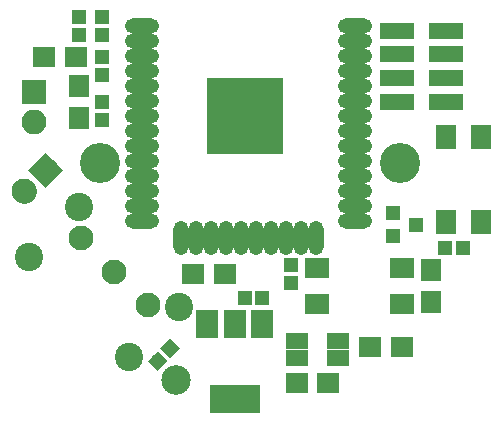
<source format=gbr>
G04 #@! TF.GenerationSoftware,KiCad,Pcbnew,no-vcs-found-33e0758~58~ubuntu16.04.1*
G04 #@! TF.CreationDate,2018-05-09T13:31:26+02:00*
G04 #@! TF.ProjectId,dropbuzzer,64726F7062757A7A65722E6B69636164,rev?*
G04 #@! TF.FileFunction,Soldermask,Top*
G04 #@! TF.FilePolarity,Negative*
%FSLAX46Y46*%
G04 Gerber Fmt 4.6, Leading zero omitted, Abs format (unit mm)*
G04 Created by KiCad (PCBNEW no-vcs-found-33e0758~58~ubuntu16.04.1) date Wed May  9 13:31:26 2018*
%MOMM*%
%LPD*%
G01*
G04 APERTURE LIST*
%ADD10C,0.100000*%
%ADD11C,2.500000*%
%ADD12O,2.100000X2.100000*%
%ADD13R,2.100000X2.100000*%
%ADD14O,2.900000X1.300000*%
%ADD15O,1.300000X2.900000*%
%ADD16R,6.400000X6.400000*%
%ADD17R,2.980000X1.400000*%
%ADD18C,3.399740*%
%ADD19R,1.150000X1.200000*%
%ADD20C,1.150000*%
%ADD21R,1.200000X1.150000*%
%ADD22R,1.900000X1.400000*%
%ADD23C,2.100000*%
%ADD24C,2.100000*%
%ADD25C,2.400000*%
%ADD26R,2.000000X1.800000*%
%ADD27R,1.800000X2.000000*%
%ADD28R,1.300000X1.200000*%
%ADD29R,1.900000X1.700000*%
%ADD30R,1.700000X1.900000*%
%ADD31R,1.900000X2.400000*%
%ADD32R,4.200000X2.400000*%
G04 APERTURE END LIST*
D10*
D11*
X113000000Y-100400000D03*
D12*
X101000000Y-78540000D03*
D13*
X101000000Y-76000000D03*
D14*
X128200000Y-70350000D03*
X128200000Y-71620000D03*
X128200000Y-72890000D03*
X128200000Y-74160000D03*
X128200000Y-75430000D03*
X128200000Y-76700000D03*
X128200000Y-77970000D03*
X128200000Y-79240000D03*
X128200000Y-80510000D03*
X128200000Y-81780000D03*
X128200000Y-83050000D03*
X128200000Y-84320000D03*
X128200000Y-85590000D03*
X128200000Y-86860000D03*
D15*
X124915000Y-88350000D03*
X123645000Y-88350000D03*
X122375000Y-88350000D03*
X121105000Y-88350000D03*
X119835000Y-88350000D03*
X118565000Y-88350000D03*
X117295000Y-88350000D03*
X116025000Y-88350000D03*
X114755000Y-88350000D03*
X113485000Y-88350000D03*
D14*
X110200000Y-86860000D03*
X110200000Y-85590000D03*
X110200000Y-84320000D03*
X110200000Y-83050000D03*
X110200000Y-81780000D03*
X110200000Y-80510000D03*
X110200000Y-79240000D03*
X110200000Y-77970000D03*
X110200000Y-76700000D03*
X110200000Y-75430000D03*
X110200000Y-74160000D03*
X110200000Y-72890000D03*
X110200000Y-71620000D03*
X110200000Y-70350000D03*
D16*
X118900000Y-78050000D03*
D17*
X135885000Y-76800000D03*
X131715000Y-76800000D03*
X135885000Y-74800000D03*
X131715000Y-74800000D03*
X135885000Y-72800000D03*
X131715000Y-72800000D03*
X135885000Y-70800000D03*
X131715000Y-70800000D03*
D18*
X106575721Y-81957960D03*
X131975721Y-81957960D03*
D19*
X106800000Y-73050000D03*
X106800000Y-74550000D03*
X104800000Y-69650000D03*
X104800000Y-71150000D03*
X106800000Y-71150000D03*
X106800000Y-69650000D03*
D20*
X111469670Y-98730330D03*
D10*
G36*
X111487348Y-97899480D02*
X112300520Y-98712652D01*
X111451992Y-99561180D01*
X110638820Y-98748008D01*
X111487348Y-97899480D01*
X111487348Y-97899480D01*
G37*
D20*
X112530330Y-97669670D03*
D10*
G36*
X112548008Y-96838820D02*
X113361180Y-97651992D01*
X112512652Y-98500520D01*
X111699480Y-97687348D01*
X112548008Y-96838820D01*
X112548008Y-96838820D01*
G37*
D21*
X118850000Y-93400000D03*
X120350000Y-93400000D03*
D19*
X106800000Y-76850000D03*
X106800000Y-78350000D03*
X122800000Y-90650000D03*
X122800000Y-92150000D03*
D21*
X135850000Y-89200000D03*
X137350000Y-89200000D03*
D22*
X126750000Y-98500000D03*
X126750000Y-97100000D03*
X123250000Y-98500000D03*
X123250000Y-97100000D03*
D23*
X100203949Y-84396051D03*
D24*
X100203949Y-84396051D02*
X100203949Y-84396051D01*
D23*
X102000000Y-82600000D03*
D10*
G36*
X100515076Y-82600000D02*
X102000000Y-81115076D01*
X103484924Y-82600000D01*
X102000000Y-84084924D01*
X100515076Y-82600000D01*
X100515076Y-82600000D01*
G37*
D23*
X110656854Y-94028427D03*
X107828427Y-91200000D03*
X105000000Y-88371573D03*
D25*
X100580583Y-89962563D03*
X109065864Y-98447845D03*
X113308505Y-94205204D03*
X104823223Y-85719923D03*
D26*
X132200000Y-93900000D03*
X132200000Y-90900000D03*
X125000000Y-90900000D03*
X125000000Y-93900000D03*
D27*
X138900000Y-79800000D03*
X135900000Y-79800000D03*
X135900000Y-87000000D03*
X138900000Y-87000000D03*
D28*
X133400000Y-87200000D03*
X131400000Y-88150000D03*
X131400000Y-86250000D03*
D29*
X104550000Y-73000000D03*
X101850000Y-73000000D03*
X117150000Y-91400000D03*
X114450000Y-91400000D03*
D30*
X134600000Y-93750000D03*
X134600000Y-91050000D03*
D29*
X132150000Y-97600000D03*
X129450000Y-97600000D03*
X123250000Y-100600000D03*
X125950000Y-100600000D03*
D30*
X104800000Y-78150000D03*
X104800000Y-75450000D03*
D31*
X120300000Y-95650000D03*
X115700000Y-95650000D03*
X118000000Y-95650000D03*
D32*
X118000000Y-101950000D03*
M02*

</source>
